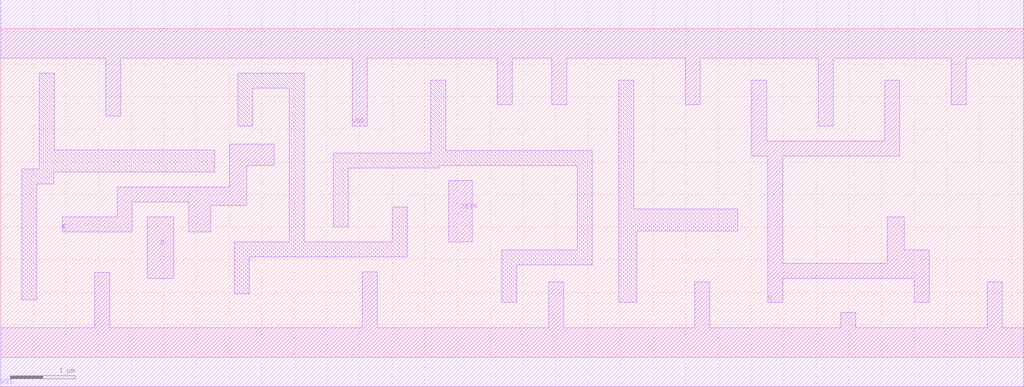
<source format=lef>
# Copyright 2022 GlobalFoundries PDK Authors
#
# Licensed under the Apache License, Version 2.0 (the "License");
# you may not use this file except in compliance with the License.
# You may obtain a copy of the License at
#
#      http://www.apache.org/licenses/LICENSE-2.0
#
# Unless required by applicable law or agreed to in writing, software
# distributed under the License is distributed on an "AS IS" BASIS,
# WITHOUT WARRANTIES OR CONDITIONS OF ANY KIND, either express or implied.
# See the License for the specific language governing permissions and
# limitations under the License.

MACRO gf180mcu_fd_sc_mcu9t5v0__latsnq_4
  CLASS core ;
  FOREIGN gf180mcu_fd_sc_mcu9t5v0__latsnq_4 0.0 0.0 ;
  ORIGIN 0 0 ;
  SYMMETRY X Y ;
  SITE GF018hv5v_green_sc9 ;
  SIZE 15.68 BY 5.04 ;
  PIN D
    DIRECTION INPUT ;
    ANTENNAGATEAREA 0.92 ;
    PORT
      LAYER Metal1 ;
        POLYGON 2.245 1.21 2.65 1.21 2.65 2.15 2.245 2.15  ;
    END
  END D
  PIN E
    DIRECTION INPUT ;
    USE clock ;
    ANTENNAGATEAREA 2.084 ;
    PORT
      LAYER Metal1 ;
        POLYGON 0.945 1.92 2.015 1.92 2.015 2.38 2.88 2.38 2.88 1.92 3.22 1.92 3.22 2.33 3.77 2.33 3.77 2.945 4.195 2.945 4.195 3.27 3.51 3.27 3.51 2.61 1.785 2.61 1.785 2.15 0.945 2.15  ;
    END
  END E
  PIN SETN
    DIRECTION INPUT ;
    ANTENNAGATEAREA 1.707 ;
    PORT
      LAYER Metal1 ;
        POLYGON 6.87 1.77 7.23 1.77 7.23 2.71 6.87 2.71  ;
    END
  END SETN
  PIN Q
    DIRECTION OUTPUT ;
    ANTENNADIFFAREA 3.276 ;
    PORT
      LAYER Metal1 ;
        POLYGON 11.51 3.09 11.76 3.09 11.76 0.84 11.99 0.84 11.99 1.21 14 1.21 14 0.84 14.23 0.84 14.23 1.65 13.85 1.65 13.85 2.15 13.59 2.15 13.59 1.44 11.99 1.44 11.99 3.09 13.78 3.09 13.78 4.25 13.55 4.25 13.55 3.32 11.74 3.32 11.74 4.25 11.51 4.25  ;
    END
  END Q
  PIN VDD
    DIRECTION INOUT ;
    USE power ;
    SHAPE ABUTMENT ;
    PORT
      LAYER Metal1 ;
        POLYGON 0 4.59 1.61 4.59 1.61 3.705 1.84 3.705 1.84 4.59 3.28 4.59 5.39 4.59 5.39 3.55 5.62 3.55 5.62 4.59 7.61 4.59 7.61 3.875 7.84 3.875 7.84 4.59 8.45 4.59 8.45 3.875 8.68 3.875 8.68 4.59 9.07 4.59 10.49 4.59 10.49 3.875 10.72 3.875 10.72 4.59 11.3 4.59 12.53 4.59 12.53 3.55 12.76 3.55 12.76 4.59 14.57 4.59 14.57 3.875 14.8 3.875 14.8 4.59 15.68 4.59 15.68 5.49 11.3 5.49 9.07 5.49 3.28 5.49 0 5.49  ;
    END
  END VDD
  PIN VSS
    DIRECTION INOUT ;
    USE ground ;
    SHAPE ABUTMENT ;
    PORT
      LAYER Metal1 ;
        POLYGON 0 -0.45 15.68 -0.45 15.68 0.45 15.35 0.45 15.35 1.16 15.12 1.16 15.12 0.45 13.11 0.45 13.11 0.69 12.88 0.69 12.88 0.45 10.87 0.45 10.87 1.16 10.64 1.16 10.64 0.45 8.63 0.45 8.63 1.16 8.4 1.16 8.4 0.45 5.77 0.45 5.77 1.31 5.54 1.31 5.54 0.45 1.67 0.45 1.67 1.305 1.44 1.305 1.44 0.45 0 0.45  ;
    END
  END VSS
  OBS
      LAYER Metal1 ;
        POLYGON 0.32 0.88 0.55 0.88 0.55 2.66 0.815 2.66 0.815 2.84 3.28 2.84 3.28 3.18 0.82 3.18 0.82 4.36 0.59 4.36 0.59 2.89 0.32 2.89  ;
        POLYGON 3.63 3.55 3.86 3.55 3.86 4.13 4.425 4.13 4.425 1.77 3.58 1.77 3.58 0.97 3.81 0.97 3.81 1.54 6.23 1.54 6.23 2.31 6 2.31 6 1.77 4.655 1.77 4.655 4.36 3.63 4.36  ;
        POLYGON 5.1 2 5.33 2 5.33 2.905 6.715 2.905 6.715 2.94 8.84 2.94 8.84 1.65 7.68 1.65 7.68 0.84 7.91 0.84 7.91 1.42 9.07 1.42 9.07 3.17 6.82 3.17 6.82 4.25 6.59 4.25 6.59 3.135 5.1 3.135  ;
        POLYGON 9.47 0.84 9.75 0.84 9.75 1.94 11.3 1.94 11.3 2.28 9.7 2.28 9.7 4.25 9.47 4.25  ;
  END
END gf180mcu_fd_sc_mcu9t5v0__latsnq_4

</source>
